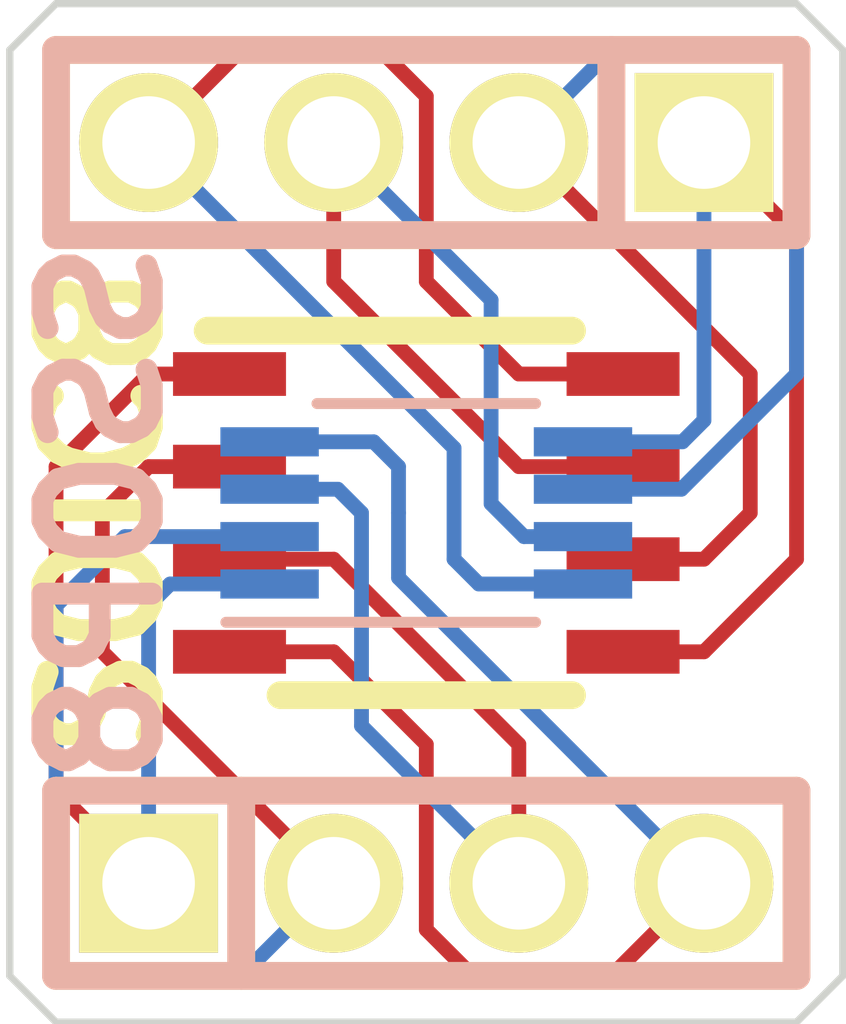
<source format=kicad_pcb>
(kicad_pcb (version 3) (host pcbnew "(2013-07-07 BZR 4022)-stable")

  (general
    (links 16)
    (no_connects 0)
    (area 205.086429 97.9424 219.125001 115.4176)
    (thickness 1.6)
    (drawings 20)
    (tracks 67)
    (zones 0)
    (modules 4)
    (nets 9)
  )

  (page A3)
  (layers
    (15 F.Cu signal)
    (0 B.Cu signal)
    (16 B.Adhes user)
    (17 F.Adhes user)
    (18 B.Paste user)
    (19 F.Paste user)
    (20 B.SilkS user)
    (21 F.SilkS user)
    (22 B.Mask user)
    (23 F.Mask user)
    (24 Dwgs.User user)
    (25 Cmts.User user)
    (26 Eco1.User user)
    (27 Eco2.User user)
    (28 Edge.Cuts user)
  )

  (setup
    (last_trace_width 0.2032)
    (trace_clearance 0.2032)
    (zone_clearance 0.508)
    (zone_45_only no)
    (trace_min 0.2032)
    (segment_width 0.2)
    (edge_width 0.1)
    (via_size 0.889)
    (via_drill 0.635)
    (via_min_size 0.889)
    (via_min_drill 0.508)
    (uvia_size 0.508)
    (uvia_drill 0.127)
    (uvias_allowed no)
    (uvia_min_size 0.508)
    (uvia_min_drill 0.127)
    (pcb_text_width 0.3)
    (pcb_text_size 1.5 1.5)
    (mod_edge_width 0.381)
    (mod_text_size 1 1)
    (mod_text_width 0.15)
    (pad_size 1.905 1.905)
    (pad_drill 1.27)
    (pad_to_mask_clearance 0)
    (aux_axis_origin 207.645 113.665)
    (visible_elements FFFFFFBF)
    (pcbplotparams
      (layerselection 284196865)
      (usegerberextensions true)
      (excludeedgelayer true)
      (linewidth 0.150000)
      (plotframeref false)
      (viasonmask false)
      (mode 1)
      (useauxorigin true)
      (hpglpennumber 1)
      (hpglpenspeed 20)
      (hpglpendiameter 15)
      (hpglpenoverlay 2)
      (psnegative false)
      (psa4output false)
      (plotreference true)
      (plotvalue true)
      (plotothertext true)
      (plotinvisibletext false)
      (padsonsilk false)
      (subtractmaskfromsilk false)
      (outputformat 1)
      (mirror false)
      (drillshape 0)
      (scaleselection 1)
      (outputdirectory Gerber))
  )

  (net 0 "")
  (net 1 N-000001)
  (net 2 N-000002)
  (net 3 N-000003)
  (net 4 N-000004)
  (net 5 N-000005)
  (net 6 N-000006)
  (net 7 N-000007)
  (net 8 N-000008)

  (net_class Default "This is the default net class."
    (clearance 0.2032)
    (trace_width 0.2032)
    (via_dia 0.889)
    (via_drill 0.635)
    (uvia_dia 0.508)
    (uvia_drill 0.127)
    (add_net "")
    (add_net N-000001)
    (add_net N-000002)
    (add_net N-000003)
    (add_net N-000004)
    (add_net N-000005)
    (add_net N-000006)
    (add_net N-000007)
    (add_net N-000008)
  )

  (module SOP65P490-8N (layer B.Cu) (tedit 523CEDD9) (tstamp 52712B0A)
    (at 213.36 106.68 90)
    (path /52708BB2)
    (fp_text reference U2 (at -2.5 0 360) (layer B.SilkS) hide
      (effects (font (size 1 1) (thickness 0.15)) (justify mirror))
    )
    (fp_text value SSOP (at 2.5 0 360) (layer B.SilkS) hide
      (effects (font (size 1 1) (thickness 0.15)) (justify mirror))
    )
    (fp_line (start 1.5 1.5) (end 1.5 -1.5) (layer B.SilkS) (width 0.15))
    (fp_line (start -1.5 1.5) (end -1.5 -2.75) (layer B.SilkS) (width 0.15))
    (pad 1 smd rect (at -0.975 -2.15 90) (size 0.4 1.35)
      (layers B.Cu B.Paste B.Mask)
      (net 6 N-000006)
    )
    (pad 2 smd rect (at -0.325 -2.15 90) (size 0.4 1.35)
      (layers B.Cu B.Paste B.Mask)
      (net 5 N-000005)
    )
    (pad 3 smd rect (at 0.325 -2.15 90) (size 0.4 1.35)
      (layers B.Cu B.Paste B.Mask)
      (net 4 N-000004)
    )
    (pad 4 smd rect (at 0.975 -2.15 90) (size 0.4 1.35)
      (layers B.Cu B.Paste B.Mask)
      (net 3 N-000003)
    )
    (pad 5 smd rect (at 0.975 2.15 90) (size 0.4 1.35)
      (layers B.Cu B.Paste B.Mask)
      (net 2 N-000002)
    )
    (pad 6 smd rect (at 0.325 2.15 90) (size 0.4 1.35)
      (layers B.Cu B.Paste B.Mask)
      (net 1 N-000001)
    )
    (pad 7 smd rect (at -0.325 2.15 90) (size 0.4 1.35)
      (layers B.Cu B.Paste B.Mask)
      (net 8 N-000008)
    )
    (pad 8 smd rect (at -0.975 2.15 90) (size 0.4 1.35)
      (layers B.Cu B.Paste B.Mask)
      (net 7 N-000007)
    )
    (model 3D/IC/SOP65P490-8.wrl
      (at (xyz 0 0 0))
      (scale (xyz 0.393701 0.393701 0.393701))
      (rotate (xyz 0 0 0))
    )
  )

  (module SOIC127P600-8N (layer F.Cu) (tedit 52708FE6) (tstamp 52712B18)
    (at 213.36 106.68 270)
    (path /52708B8F)
    (fp_text reference U1 (at 0 0 270) (layer F.SilkS) hide
      (effects (font (size 1.524 1.524) (thickness 0.3048)))
    )
    (fp_text value SOIC (at 0 5 270) (layer F.SilkS) hide
      (effects (font (size 1.524 1.524) (thickness 0.3048)))
    )
    (fp_line (start 2.5 2) (end 2.5 -2) (layer F.SilkS) (width 0.381))
    (fp_line (start -2.5 -2) (end -2.5 3) (layer F.SilkS) (width 0.381))
    (pad 1 smd rect (at -1.905 2.7 270) (size 0.6 1.55)
      (layers F.Cu F.Paste F.Mask)
      (net 6 N-000006)
    )
    (pad 2 smd rect (at -0.635 2.7 270) (size 0.6 1.55)
      (layers F.Cu F.Paste F.Mask)
      (net 5 N-000005)
    )
    (pad 3 smd rect (at 0.635 2.7 270) (size 0.6 1.55)
      (layers F.Cu F.Paste F.Mask)
      (net 4 N-000004)
    )
    (pad 4 smd rect (at 1.905 2.7 270) (size 0.6 1.55)
      (layers F.Cu F.Paste F.Mask)
      (net 3 N-000003)
    )
    (pad 5 smd rect (at 1.905 -2.7 270) (size 0.6 1.55)
      (layers F.Cu F.Paste F.Mask)
      (net 2 N-000002)
    )
    (pad 6 smd rect (at 0.635 -2.7 270) (size 0.6 1.55)
      (layers F.Cu F.Paste F.Mask)
      (net 1 N-000001)
    )
    (pad 7 smd rect (at -0.635 -2.7 270) (size 0.6 1.55)
      (layers F.Cu F.Paste F.Mask)
      (net 8 N-000008)
    )
    (pad 8 smd rect (at -1.905 -2.7 270) (size 0.6 1.55)
      (layers F.Cu F.Paste F.Mask)
      (net 7 N-000007)
    )
    (model 3D/IC/SOIC127P600X175-8.wrl
      (at (xyz 0 0 0))
      (scale (xyz 0.393701 0.393701 0.393701))
      (rotate (xyz 0 0 0))
    )
  )

  (module HDRV4W38P254_4X1 (layer F.Cu) (tedit 52708D53) (tstamp 52712B25)
    (at 213.36 111.76)
    (path /52708B71)
    (fp_text reference J1 (at 0 -2.54) (layer F.SilkS) hide
      (effects (font (size 1.524 1.524) (thickness 0.3048)))
    )
    (fp_text value CONN-4 (at 0 2.54) (layer F.SilkS) hide
      (effects (font (size 1.524 1.524) (thickness 0.3048)))
    )
    (fp_line (start -2.54 -1.27) (end -2.54 1.27) (layer F.SilkS) (width 0.381))
    (fp_line (start -5.08 -1.27) (end -5.08 1.27) (layer F.SilkS) (width 0.381))
    (fp_line (start -5.08 1.27) (end 5.08 1.27) (layer F.SilkS) (width 0.381))
    (fp_line (start 5.08 1.27) (end 5.08 -1.27) (layer F.SilkS) (width 0.381))
    (fp_line (start 5.08 -1.27) (end -5.08 -1.27) (layer F.SilkS) (width 0.381))
    (pad 1 thru_hole rect (at -3.81 0) (size 1.905 1.905) (drill 1.27)
      (layers *.Cu *.Mask F.SilkS)
      (net 6 N-000006)
    )
    (pad 2 thru_hole circle (at -1.27 0) (size 1.905 1.905) (drill 1.27)
      (layers *.Cu *.Mask F.SilkS)
      (net 5 N-000005)
    )
    (pad 3 thru_hole circle (at 1.27 0) (size 1.905 1.905) (drill 1.27)
      (layers *.Cu *.Mask F.SilkS)
      (net 4 N-000004)
    )
    (pad 4 thru_hole circle (at 3.81 0) (size 1.905 1.905) (drill 1.27)
      (layers *.Cu *.Mask F.SilkS)
      (net 3 N-000003)
    )
  )

  (module HDRV4W38P254_4X1 (layer F.Cu) (tedit 52708D53) (tstamp 52712B32)
    (at 213.36 101.6 180)
    (path /52708B80)
    (fp_text reference J2 (at 0 -2.54 180) (layer F.SilkS) hide
      (effects (font (size 1.524 1.524) (thickness 0.3048)))
    )
    (fp_text value CONN-4 (at 0 2.54 180) (layer F.SilkS) hide
      (effects (font (size 1.524 1.524) (thickness 0.3048)))
    )
    (fp_line (start -2.54 -1.27) (end -2.54 1.27) (layer F.SilkS) (width 0.381))
    (fp_line (start -5.08 -1.27) (end -5.08 1.27) (layer F.SilkS) (width 0.381))
    (fp_line (start -5.08 1.27) (end 5.08 1.27) (layer F.SilkS) (width 0.381))
    (fp_line (start 5.08 1.27) (end 5.08 -1.27) (layer F.SilkS) (width 0.381))
    (fp_line (start 5.08 -1.27) (end -5.08 -1.27) (layer F.SilkS) (width 0.381))
    (pad 1 thru_hole rect (at -3.81 0 180) (size 1.905 1.905) (drill 1.27)
      (layers *.Cu *.Mask F.SilkS)
      (net 2 N-000002)
    )
    (pad 2 thru_hole circle (at -1.27 0 180) (size 1.905 1.905) (drill 1.27)
      (layers *.Cu *.Mask F.SilkS)
      (net 1 N-000001)
    )
    (pad 3 thru_hole circle (at 1.27 0 180) (size 1.905 1.905) (drill 1.27)
      (layers *.Cu *.Mask F.SilkS)
      (net 8 N-000008)
    )
    (pad 4 thru_hole circle (at 3.81 0 180) (size 1.905 1.905) (drill 1.27)
      (layers *.Cu *.Mask F.SilkS)
      (net 7 N-000007)
    )
  )

  (gr_text SSOP8 (at 208.915 106.68 90) (layer B.SilkS)
    (effects (font (size 1.5 1.5) (thickness 0.3)) (justify mirror))
  )
  (gr_text SOIC8 (at 208.915 106.68 90) (layer F.SilkS)
    (effects (font (size 1.5 1.5) (thickness 0.3)))
  )
  (gr_line (start 215.9 100.33) (end 215.9 102.87) (angle 90) (layer B.SilkS) (width 0.381))
  (gr_line (start 208.28 100.33) (end 208.28 102.87) (angle 90) (layer B.SilkS) (width 0.381))
  (gr_line (start 218.44 100.33) (end 208.28 100.33) (angle 90) (layer B.SilkS) (width 0.381))
  (gr_line (start 218.44 102.87) (end 218.44 100.33) (angle 90) (layer B.SilkS) (width 0.381))
  (gr_line (start 208.28 102.87) (end 218.44 102.87) (angle 90) (layer B.SilkS) (width 0.381))
  (gr_line (start 210.82 110.49) (end 210.82 113.03) (angle 90) (layer B.SilkS) (width 0.381))
  (gr_line (start 218.44 110.49) (end 208.28 110.49) (angle 90) (layer B.SilkS) (width 0.381))
  (gr_line (start 218.44 113.03) (end 218.44 110.49) (angle 90) (layer B.SilkS) (width 0.381))
  (gr_line (start 208.28 113.03) (end 218.44 113.03) (angle 90) (layer B.SilkS) (width 0.381))
  (gr_line (start 208.28 110.49) (end 208.28 113.03) (angle 90) (layer B.SilkS) (width 0.381))
  (gr_line (start 207.645 113.03) (end 207.645 100.33) (angle 90) (layer Edge.Cuts) (width 0.1))
  (gr_line (start 208.28 113.665) (end 207.645 113.03) (angle 90) (layer Edge.Cuts) (width 0.1))
  (gr_line (start 218.44 113.665) (end 208.28 113.665) (angle 90) (layer Edge.Cuts) (width 0.1))
  (gr_line (start 219.075 113.03) (end 218.44 113.665) (angle 90) (layer Edge.Cuts) (width 0.1))
  (gr_line (start 219.075 100.33) (end 219.075 113.03) (angle 90) (layer Edge.Cuts) (width 0.1))
  (gr_line (start 218.44 99.695) (end 219.075 100.33) (angle 90) (layer Edge.Cuts) (width 0.1))
  (gr_line (start 208.28 99.695) (end 218.44 99.695) (angle 90) (layer Edge.Cuts) (width 0.1))
  (gr_line (start 207.645 100.33) (end 208.28 99.695) (angle 90) (layer Edge.Cuts) (width 0.1))

  (segment (start 215.51 106.355) (end 216.86 106.355) (width 0.2032) (layer B.Cu) (net 1) (status 400000))
  (segment (start 215.9 100.33) (end 214.63 101.6) (width 0.2032) (layer B.Cu) (net 1) (tstamp 52712D34) (status 800000))
  (segment (start 218.44 100.33) (end 215.9 100.33) (width 0.2032) (layer B.Cu) (net 1) (tstamp 52712D33))
  (segment (start 218.44 104.775) (end 218.44 100.33) (width 0.2032) (layer B.Cu) (net 1) (tstamp 52712D31))
  (segment (start 216.86 106.355) (end 218.44 104.775) (width 0.2032) (layer B.Cu) (net 1) (tstamp 52712D2F))
  (segment (start 216.06 107.315) (end 217.17 107.315) (width 0.2032) (layer F.Cu) (net 1))
  (segment (start 217.805 104.775) (end 214.63 101.6) (width 0.2032) (layer F.Cu) (net 1) (tstamp 52712C8A))
  (segment (start 217.805 106.68) (end 217.805 104.775) (width 0.2032) (layer F.Cu) (net 1) (tstamp 52712C89))
  (segment (start 217.17 107.315) (end 217.805 106.68) (width 0.2032) (layer F.Cu) (net 1) (tstamp 52712C88))
  (segment (start 215.51 105.705) (end 216.875 105.705) (width 0.2032) (layer B.Cu) (net 2) (status 400000))
  (segment (start 217.17 105.41) (end 217.17 101.6) (width 0.2032) (layer B.Cu) (net 2) (tstamp 52712D2C) (status 800000))
  (segment (start 216.875 105.705) (end 217.17 105.41) (width 0.2032) (layer B.Cu) (net 2) (tstamp 52712D2B))
  (segment (start 216.06 108.585) (end 217.17 108.585) (width 0.2032) (layer F.Cu) (net 2))
  (segment (start 218.44 102.87) (end 217.17 101.6) (width 0.2032) (layer F.Cu) (net 2) (tstamp 52712C84))
  (segment (start 218.44 107.315) (end 218.44 102.87) (width 0.2032) (layer F.Cu) (net 2) (tstamp 52712C82))
  (segment (start 217.17 108.585) (end 218.44 107.315) (width 0.2032) (layer F.Cu) (net 2) (tstamp 52712C80))
  (segment (start 212.979 106.68) (end 212.979 107.569) (width 0.2032) (layer B.Cu) (net 3))
  (segment (start 212.639 105.705) (end 212.979 106.045) (width 0.2032) (layer B.Cu) (net 3) (tstamp 52712D47))
  (segment (start 212.979 106.045) (end 212.979 106.68) (width 0.2032) (layer B.Cu) (net 3) (tstamp 52712D48))
  (segment (start 211.21 105.705) (end 212.639 105.705) (width 0.2032) (layer B.Cu) (net 3) (status 400000))
  (segment (start 212.979 107.569) (end 217.17 111.76) (width 0.2032) (layer B.Cu) (net 3) (tstamp 52712D52) (status 800000))
  (segment (start 210.66 108.585) (end 212.09 108.585) (width 0.2032) (layer F.Cu) (net 3))
  (segment (start 215.9 113.03) (end 217.17 111.76) (width 0.2032) (layer F.Cu) (net 3) (tstamp 52712C70))
  (segment (start 213.995 113.03) (end 215.9 113.03) (width 0.2032) (layer F.Cu) (net 3) (tstamp 52712C6F))
  (segment (start 213.36 112.395) (end 213.995 113.03) (width 0.2032) (layer F.Cu) (net 3) (tstamp 52712C6E))
  (segment (start 213.36 109.855) (end 213.36 112.395) (width 0.2032) (layer F.Cu) (net 3) (tstamp 52712C6C))
  (segment (start 212.09 108.585) (end 213.36 109.855) (width 0.2032) (layer F.Cu) (net 3) (tstamp 52712C6A))
  (segment (start 212.471 106.68) (end 212.471 109.601) (width 0.2032) (layer B.Cu) (net 4))
  (segment (start 212.146 106.355) (end 212.471 106.68) (width 0.2032) (layer B.Cu) (net 4) (tstamp 52712D4B))
  (segment (start 211.21 106.355) (end 212.146 106.355) (width 0.2032) (layer B.Cu) (net 4) (status 400000))
  (segment (start 212.471 109.601) (end 214.63 111.76) (width 0.2032) (layer B.Cu) (net 4) (tstamp 52712D4E) (status 800000))
  (segment (start 214.63 111.76) (end 214.63 109.855) (width 0.2032) (layer F.Cu) (net 4))
  (segment (start 212.09 107.315) (end 210.66 107.315) (width 0.2032) (layer F.Cu) (net 4) (tstamp 52712C66))
  (segment (start 214.63 109.855) (end 212.09 107.315) (width 0.2032) (layer F.Cu) (net 4) (tstamp 52712C64))
  (segment (start 211.21 107.005) (end 209.225 107.005) (width 0.2032) (layer B.Cu) (net 5) (status 400000))
  (segment (start 210.82 113.03) (end 212.09 111.76) (width 0.2032) (layer B.Cu) (net 5) (tstamp 52712D41) (status 800000))
  (segment (start 208.28 113.03) (end 210.82 113.03) (width 0.2032) (layer B.Cu) (net 5) (tstamp 52712D40))
  (segment (start 208.28 107.95) (end 208.28 113.03) (width 0.2032) (layer B.Cu) (net 5) (tstamp 52712D3E))
  (segment (start 209.225 107.005) (end 208.28 107.95) (width 0.2032) (layer B.Cu) (net 5) (tstamp 52712D3C))
  (segment (start 210.66 106.045) (end 209.55 106.045) (width 0.2032) (layer F.Cu) (net 5))
  (segment (start 208.915 108.585) (end 212.09 111.76) (width 0.2032) (layer F.Cu) (net 5) (tstamp 52712C76))
  (segment (start 208.915 106.68) (end 208.915 108.585) (width 0.2032) (layer F.Cu) (net 5) (tstamp 52712C75))
  (segment (start 209.55 106.045) (end 208.915 106.68) (width 0.2032) (layer F.Cu) (net 5) (tstamp 52712C74))
  (segment (start 211.21 107.655) (end 209.845 107.655) (width 0.2032) (layer B.Cu) (net 6) (status 400000))
  (segment (start 209.55 107.95) (end 209.55 111.76) (width 0.2032) (layer B.Cu) (net 6) (tstamp 52712D39) (status 800000))
  (segment (start 209.845 107.655) (end 209.55 107.95) (width 0.2032) (layer B.Cu) (net 6) (tstamp 52712D38))
  (segment (start 210.66 104.775) (end 209.55 104.775) (width 0.2032) (layer F.Cu) (net 6))
  (segment (start 208.28 110.49) (end 209.55 111.76) (width 0.2032) (layer F.Cu) (net 6) (tstamp 52712C7C))
  (segment (start 208.28 106.045) (end 208.28 110.49) (width 0.2032) (layer F.Cu) (net 6) (tstamp 52712C7B))
  (segment (start 209.55 104.775) (end 208.28 106.045) (width 0.2032) (layer F.Cu) (net 6) (tstamp 52712C7A))
  (segment (start 215.51 107.655) (end 214.081 107.655) (width 0.2032) (layer B.Cu) (net 7) (status 400000))
  (segment (start 213.741 105.791) (end 209.55 101.6) (width 0.2032) (layer B.Cu) (net 7) (tstamp 52712D58) (status 800000))
  (segment (start 213.741 107.315) (end 213.741 105.791) (width 0.2032) (layer B.Cu) (net 7) (tstamp 52712D57))
  (segment (start 214.081 107.655) (end 213.741 107.315) (width 0.2032) (layer B.Cu) (net 7) (tstamp 52712D56))
  (segment (start 216.06 104.775) (end 214.63 104.775) (width 0.2032) (layer F.Cu) (net 7))
  (segment (start 210.82 100.33) (end 209.55 101.6) (width 0.2032) (layer F.Cu) (net 7) (tstamp 52712C93))
  (segment (start 212.725 100.33) (end 210.82 100.33) (width 0.2032) (layer F.Cu) (net 7) (tstamp 52712C92))
  (segment (start 213.36 100.965) (end 212.725 100.33) (width 0.2032) (layer F.Cu) (net 7) (tstamp 52712C91))
  (segment (start 213.36 103.505) (end 213.36 100.965) (width 0.2032) (layer F.Cu) (net 7) (tstamp 52712C8F))
  (segment (start 214.63 104.775) (end 213.36 103.505) (width 0.2032) (layer F.Cu) (net 7) (tstamp 52712C8E))
  (segment (start 215.51 107.005) (end 214.701 107.005) (width 0.2032) (layer B.Cu) (net 8) (status 400000))
  (segment (start 214.249 103.759) (end 212.09 101.6) (width 0.2032) (layer B.Cu) (net 8) (tstamp 52712D5E) (status 800000))
  (segment (start 214.249 106.553) (end 214.249 103.759) (width 0.2032) (layer B.Cu) (net 8) (tstamp 52712D5D))
  (segment (start 214.701 107.005) (end 214.249 106.553) (width 0.2032) (layer B.Cu) (net 8) (tstamp 52712D5C))
  (segment (start 216.06 106.045) (end 214.63 106.045) (width 0.2032) (layer F.Cu) (net 8))
  (segment (start 212.09 103.505) (end 212.09 101.6) (width 0.2032) (layer F.Cu) (net 8) (tstamp 52712C98))
  (segment (start 214.63 106.045) (end 212.09 103.505) (width 0.2032) (layer F.Cu) (net 8) (tstamp 52712C97))

)

</source>
